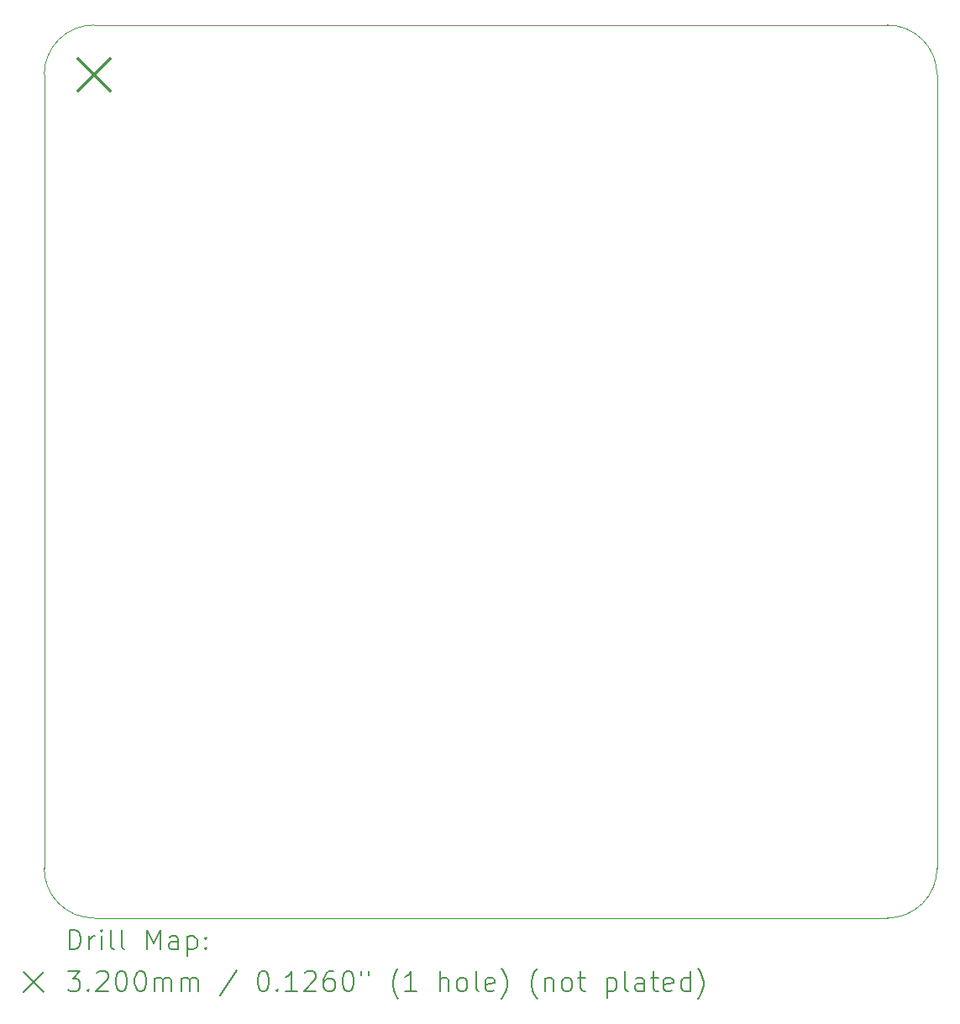
<source format=gbr>
%TF.GenerationSoftware,KiCad,Pcbnew,7.0.8*%
%TF.CreationDate,2023-10-17T14:13:34+02:00*%
%TF.ProjectId,pour_fillet,706f7572-5f66-4696-9c6c-65742e6b6963,rev?*%
%TF.SameCoordinates,Original*%
%TF.FileFunction,Drillmap*%
%TF.FilePolarity,Positive*%
%FSLAX45Y45*%
G04 Gerber Fmt 4.5, Leading zero omitted, Abs format (unit mm)*
G04 Created by KiCad (PCBNEW 7.0.8) date 2023-10-17 14:13:34*
%MOMM*%
%LPD*%
G01*
G04 APERTURE LIST*
%ADD10C,0.100000*%
%ADD11C,0.200000*%
%ADD12C,0.320000*%
G04 APERTURE END LIST*
D10*
X7750000Y-4750000D02*
X15750000Y-4750000D01*
X15750000Y-13750000D02*
X7750000Y-13750000D01*
X7250000Y-13250000D02*
G75*
G03*
X7750000Y-13750000I500000J0D01*
G01*
X16250000Y-5250000D02*
X16250000Y-13250000D01*
X7750000Y-4750000D02*
G75*
G03*
X7250000Y-5250000I0J-500000D01*
G01*
X7250000Y-13250000D02*
X7250000Y-5250000D01*
X15750000Y-13750000D02*
G75*
G03*
X16250000Y-13250000I0J500000D01*
G01*
X16250000Y-5250000D02*
G75*
G03*
X15750000Y-4750000I-500000J0D01*
G01*
D11*
D12*
X7590000Y-5090000D02*
X7910000Y-5410000D01*
X7910000Y-5090000D02*
X7590000Y-5410000D01*
D11*
X7505777Y-14066484D02*
X7505777Y-13866484D01*
X7505777Y-13866484D02*
X7553396Y-13866484D01*
X7553396Y-13866484D02*
X7581967Y-13876008D01*
X7581967Y-13876008D02*
X7601015Y-13895055D01*
X7601015Y-13895055D02*
X7610539Y-13914103D01*
X7610539Y-13914103D02*
X7620062Y-13952198D01*
X7620062Y-13952198D02*
X7620062Y-13980769D01*
X7620062Y-13980769D02*
X7610539Y-14018865D01*
X7610539Y-14018865D02*
X7601015Y-14037912D01*
X7601015Y-14037912D02*
X7581967Y-14056960D01*
X7581967Y-14056960D02*
X7553396Y-14066484D01*
X7553396Y-14066484D02*
X7505777Y-14066484D01*
X7705777Y-14066484D02*
X7705777Y-13933150D01*
X7705777Y-13971246D02*
X7715301Y-13952198D01*
X7715301Y-13952198D02*
X7724824Y-13942674D01*
X7724824Y-13942674D02*
X7743872Y-13933150D01*
X7743872Y-13933150D02*
X7762920Y-13933150D01*
X7829586Y-14066484D02*
X7829586Y-13933150D01*
X7829586Y-13866484D02*
X7820062Y-13876008D01*
X7820062Y-13876008D02*
X7829586Y-13885531D01*
X7829586Y-13885531D02*
X7839110Y-13876008D01*
X7839110Y-13876008D02*
X7829586Y-13866484D01*
X7829586Y-13866484D02*
X7829586Y-13885531D01*
X7953396Y-14066484D02*
X7934348Y-14056960D01*
X7934348Y-14056960D02*
X7924824Y-14037912D01*
X7924824Y-14037912D02*
X7924824Y-13866484D01*
X8058158Y-14066484D02*
X8039110Y-14056960D01*
X8039110Y-14056960D02*
X8029586Y-14037912D01*
X8029586Y-14037912D02*
X8029586Y-13866484D01*
X8286729Y-14066484D02*
X8286729Y-13866484D01*
X8286729Y-13866484D02*
X8353396Y-14009341D01*
X8353396Y-14009341D02*
X8420063Y-13866484D01*
X8420063Y-13866484D02*
X8420063Y-14066484D01*
X8601015Y-14066484D02*
X8601015Y-13961722D01*
X8601015Y-13961722D02*
X8591491Y-13942674D01*
X8591491Y-13942674D02*
X8572444Y-13933150D01*
X8572444Y-13933150D02*
X8534348Y-13933150D01*
X8534348Y-13933150D02*
X8515301Y-13942674D01*
X8601015Y-14056960D02*
X8581967Y-14066484D01*
X8581967Y-14066484D02*
X8534348Y-14066484D01*
X8534348Y-14066484D02*
X8515301Y-14056960D01*
X8515301Y-14056960D02*
X8505777Y-14037912D01*
X8505777Y-14037912D02*
X8505777Y-14018865D01*
X8505777Y-14018865D02*
X8515301Y-13999817D01*
X8515301Y-13999817D02*
X8534348Y-13990293D01*
X8534348Y-13990293D02*
X8581967Y-13990293D01*
X8581967Y-13990293D02*
X8601015Y-13980769D01*
X8696253Y-13933150D02*
X8696253Y-14133150D01*
X8696253Y-13942674D02*
X8715301Y-13933150D01*
X8715301Y-13933150D02*
X8753396Y-13933150D01*
X8753396Y-13933150D02*
X8772444Y-13942674D01*
X8772444Y-13942674D02*
X8781967Y-13952198D01*
X8781967Y-13952198D02*
X8791491Y-13971246D01*
X8791491Y-13971246D02*
X8791491Y-14028388D01*
X8791491Y-14028388D02*
X8781967Y-14047436D01*
X8781967Y-14047436D02*
X8772444Y-14056960D01*
X8772444Y-14056960D02*
X8753396Y-14066484D01*
X8753396Y-14066484D02*
X8715301Y-14066484D01*
X8715301Y-14066484D02*
X8696253Y-14056960D01*
X8877205Y-14047436D02*
X8886729Y-14056960D01*
X8886729Y-14056960D02*
X8877205Y-14066484D01*
X8877205Y-14066484D02*
X8867682Y-14056960D01*
X8867682Y-14056960D02*
X8877205Y-14047436D01*
X8877205Y-14047436D02*
X8877205Y-14066484D01*
X8877205Y-13942674D02*
X8886729Y-13952198D01*
X8886729Y-13952198D02*
X8877205Y-13961722D01*
X8877205Y-13961722D02*
X8867682Y-13952198D01*
X8867682Y-13952198D02*
X8877205Y-13942674D01*
X8877205Y-13942674D02*
X8877205Y-13961722D01*
X7045000Y-14295000D02*
X7245000Y-14495000D01*
X7245000Y-14295000D02*
X7045000Y-14495000D01*
X7486729Y-14286484D02*
X7610539Y-14286484D01*
X7610539Y-14286484D02*
X7543872Y-14362674D01*
X7543872Y-14362674D02*
X7572443Y-14362674D01*
X7572443Y-14362674D02*
X7591491Y-14372198D01*
X7591491Y-14372198D02*
X7601015Y-14381722D01*
X7601015Y-14381722D02*
X7610539Y-14400769D01*
X7610539Y-14400769D02*
X7610539Y-14448388D01*
X7610539Y-14448388D02*
X7601015Y-14467436D01*
X7601015Y-14467436D02*
X7591491Y-14476960D01*
X7591491Y-14476960D02*
X7572443Y-14486484D01*
X7572443Y-14486484D02*
X7515301Y-14486484D01*
X7515301Y-14486484D02*
X7496253Y-14476960D01*
X7496253Y-14476960D02*
X7486729Y-14467436D01*
X7696253Y-14467436D02*
X7705777Y-14476960D01*
X7705777Y-14476960D02*
X7696253Y-14486484D01*
X7696253Y-14486484D02*
X7686729Y-14476960D01*
X7686729Y-14476960D02*
X7696253Y-14467436D01*
X7696253Y-14467436D02*
X7696253Y-14486484D01*
X7781967Y-14305531D02*
X7791491Y-14296008D01*
X7791491Y-14296008D02*
X7810539Y-14286484D01*
X7810539Y-14286484D02*
X7858158Y-14286484D01*
X7858158Y-14286484D02*
X7877205Y-14296008D01*
X7877205Y-14296008D02*
X7886729Y-14305531D01*
X7886729Y-14305531D02*
X7896253Y-14324579D01*
X7896253Y-14324579D02*
X7896253Y-14343627D01*
X7896253Y-14343627D02*
X7886729Y-14372198D01*
X7886729Y-14372198D02*
X7772443Y-14486484D01*
X7772443Y-14486484D02*
X7896253Y-14486484D01*
X8020062Y-14286484D02*
X8039110Y-14286484D01*
X8039110Y-14286484D02*
X8058158Y-14296008D01*
X8058158Y-14296008D02*
X8067682Y-14305531D01*
X8067682Y-14305531D02*
X8077205Y-14324579D01*
X8077205Y-14324579D02*
X8086729Y-14362674D01*
X8086729Y-14362674D02*
X8086729Y-14410293D01*
X8086729Y-14410293D02*
X8077205Y-14448388D01*
X8077205Y-14448388D02*
X8067682Y-14467436D01*
X8067682Y-14467436D02*
X8058158Y-14476960D01*
X8058158Y-14476960D02*
X8039110Y-14486484D01*
X8039110Y-14486484D02*
X8020062Y-14486484D01*
X8020062Y-14486484D02*
X8001015Y-14476960D01*
X8001015Y-14476960D02*
X7991491Y-14467436D01*
X7991491Y-14467436D02*
X7981967Y-14448388D01*
X7981967Y-14448388D02*
X7972443Y-14410293D01*
X7972443Y-14410293D02*
X7972443Y-14362674D01*
X7972443Y-14362674D02*
X7981967Y-14324579D01*
X7981967Y-14324579D02*
X7991491Y-14305531D01*
X7991491Y-14305531D02*
X8001015Y-14296008D01*
X8001015Y-14296008D02*
X8020062Y-14286484D01*
X8210539Y-14286484D02*
X8229586Y-14286484D01*
X8229586Y-14286484D02*
X8248634Y-14296008D01*
X8248634Y-14296008D02*
X8258158Y-14305531D01*
X8258158Y-14305531D02*
X8267682Y-14324579D01*
X8267682Y-14324579D02*
X8277205Y-14362674D01*
X8277205Y-14362674D02*
X8277205Y-14410293D01*
X8277205Y-14410293D02*
X8267682Y-14448388D01*
X8267682Y-14448388D02*
X8258158Y-14467436D01*
X8258158Y-14467436D02*
X8248634Y-14476960D01*
X8248634Y-14476960D02*
X8229586Y-14486484D01*
X8229586Y-14486484D02*
X8210539Y-14486484D01*
X8210539Y-14486484D02*
X8191491Y-14476960D01*
X8191491Y-14476960D02*
X8181967Y-14467436D01*
X8181967Y-14467436D02*
X8172443Y-14448388D01*
X8172443Y-14448388D02*
X8162920Y-14410293D01*
X8162920Y-14410293D02*
X8162920Y-14362674D01*
X8162920Y-14362674D02*
X8172443Y-14324579D01*
X8172443Y-14324579D02*
X8181967Y-14305531D01*
X8181967Y-14305531D02*
X8191491Y-14296008D01*
X8191491Y-14296008D02*
X8210539Y-14286484D01*
X8362920Y-14486484D02*
X8362920Y-14353150D01*
X8362920Y-14372198D02*
X8372443Y-14362674D01*
X8372443Y-14362674D02*
X8391491Y-14353150D01*
X8391491Y-14353150D02*
X8420063Y-14353150D01*
X8420063Y-14353150D02*
X8439110Y-14362674D01*
X8439110Y-14362674D02*
X8448634Y-14381722D01*
X8448634Y-14381722D02*
X8448634Y-14486484D01*
X8448634Y-14381722D02*
X8458158Y-14362674D01*
X8458158Y-14362674D02*
X8477205Y-14353150D01*
X8477205Y-14353150D02*
X8505777Y-14353150D01*
X8505777Y-14353150D02*
X8524825Y-14362674D01*
X8524825Y-14362674D02*
X8534348Y-14381722D01*
X8534348Y-14381722D02*
X8534348Y-14486484D01*
X8629586Y-14486484D02*
X8629586Y-14353150D01*
X8629586Y-14372198D02*
X8639110Y-14362674D01*
X8639110Y-14362674D02*
X8658158Y-14353150D01*
X8658158Y-14353150D02*
X8686729Y-14353150D01*
X8686729Y-14353150D02*
X8705777Y-14362674D01*
X8705777Y-14362674D02*
X8715301Y-14381722D01*
X8715301Y-14381722D02*
X8715301Y-14486484D01*
X8715301Y-14381722D02*
X8724825Y-14362674D01*
X8724825Y-14362674D02*
X8743872Y-14353150D01*
X8743872Y-14353150D02*
X8772444Y-14353150D01*
X8772444Y-14353150D02*
X8791491Y-14362674D01*
X8791491Y-14362674D02*
X8801015Y-14381722D01*
X8801015Y-14381722D02*
X8801015Y-14486484D01*
X9191491Y-14276960D02*
X9020063Y-14534103D01*
X9448634Y-14286484D02*
X9467682Y-14286484D01*
X9467682Y-14286484D02*
X9486729Y-14296008D01*
X9486729Y-14296008D02*
X9496253Y-14305531D01*
X9496253Y-14305531D02*
X9505777Y-14324579D01*
X9505777Y-14324579D02*
X9515301Y-14362674D01*
X9515301Y-14362674D02*
X9515301Y-14410293D01*
X9515301Y-14410293D02*
X9505777Y-14448388D01*
X9505777Y-14448388D02*
X9496253Y-14467436D01*
X9496253Y-14467436D02*
X9486729Y-14476960D01*
X9486729Y-14476960D02*
X9467682Y-14486484D01*
X9467682Y-14486484D02*
X9448634Y-14486484D01*
X9448634Y-14486484D02*
X9429587Y-14476960D01*
X9429587Y-14476960D02*
X9420063Y-14467436D01*
X9420063Y-14467436D02*
X9410539Y-14448388D01*
X9410539Y-14448388D02*
X9401015Y-14410293D01*
X9401015Y-14410293D02*
X9401015Y-14362674D01*
X9401015Y-14362674D02*
X9410539Y-14324579D01*
X9410539Y-14324579D02*
X9420063Y-14305531D01*
X9420063Y-14305531D02*
X9429587Y-14296008D01*
X9429587Y-14296008D02*
X9448634Y-14286484D01*
X9601015Y-14467436D02*
X9610539Y-14476960D01*
X9610539Y-14476960D02*
X9601015Y-14486484D01*
X9601015Y-14486484D02*
X9591491Y-14476960D01*
X9591491Y-14476960D02*
X9601015Y-14467436D01*
X9601015Y-14467436D02*
X9601015Y-14486484D01*
X9801015Y-14486484D02*
X9686729Y-14486484D01*
X9743872Y-14486484D02*
X9743872Y-14286484D01*
X9743872Y-14286484D02*
X9724825Y-14315055D01*
X9724825Y-14315055D02*
X9705777Y-14334103D01*
X9705777Y-14334103D02*
X9686729Y-14343627D01*
X9877206Y-14305531D02*
X9886729Y-14296008D01*
X9886729Y-14296008D02*
X9905777Y-14286484D01*
X9905777Y-14286484D02*
X9953396Y-14286484D01*
X9953396Y-14286484D02*
X9972444Y-14296008D01*
X9972444Y-14296008D02*
X9981968Y-14305531D01*
X9981968Y-14305531D02*
X9991491Y-14324579D01*
X9991491Y-14324579D02*
X9991491Y-14343627D01*
X9991491Y-14343627D02*
X9981968Y-14372198D01*
X9981968Y-14372198D02*
X9867682Y-14486484D01*
X9867682Y-14486484D02*
X9991491Y-14486484D01*
X10162920Y-14286484D02*
X10124825Y-14286484D01*
X10124825Y-14286484D02*
X10105777Y-14296008D01*
X10105777Y-14296008D02*
X10096253Y-14305531D01*
X10096253Y-14305531D02*
X10077206Y-14334103D01*
X10077206Y-14334103D02*
X10067682Y-14372198D01*
X10067682Y-14372198D02*
X10067682Y-14448388D01*
X10067682Y-14448388D02*
X10077206Y-14467436D01*
X10077206Y-14467436D02*
X10086729Y-14476960D01*
X10086729Y-14476960D02*
X10105777Y-14486484D01*
X10105777Y-14486484D02*
X10143872Y-14486484D01*
X10143872Y-14486484D02*
X10162920Y-14476960D01*
X10162920Y-14476960D02*
X10172444Y-14467436D01*
X10172444Y-14467436D02*
X10181968Y-14448388D01*
X10181968Y-14448388D02*
X10181968Y-14400769D01*
X10181968Y-14400769D02*
X10172444Y-14381722D01*
X10172444Y-14381722D02*
X10162920Y-14372198D01*
X10162920Y-14372198D02*
X10143872Y-14362674D01*
X10143872Y-14362674D02*
X10105777Y-14362674D01*
X10105777Y-14362674D02*
X10086729Y-14372198D01*
X10086729Y-14372198D02*
X10077206Y-14381722D01*
X10077206Y-14381722D02*
X10067682Y-14400769D01*
X10305777Y-14286484D02*
X10324825Y-14286484D01*
X10324825Y-14286484D02*
X10343872Y-14296008D01*
X10343872Y-14296008D02*
X10353396Y-14305531D01*
X10353396Y-14305531D02*
X10362920Y-14324579D01*
X10362920Y-14324579D02*
X10372444Y-14362674D01*
X10372444Y-14362674D02*
X10372444Y-14410293D01*
X10372444Y-14410293D02*
X10362920Y-14448388D01*
X10362920Y-14448388D02*
X10353396Y-14467436D01*
X10353396Y-14467436D02*
X10343872Y-14476960D01*
X10343872Y-14476960D02*
X10324825Y-14486484D01*
X10324825Y-14486484D02*
X10305777Y-14486484D01*
X10305777Y-14486484D02*
X10286729Y-14476960D01*
X10286729Y-14476960D02*
X10277206Y-14467436D01*
X10277206Y-14467436D02*
X10267682Y-14448388D01*
X10267682Y-14448388D02*
X10258158Y-14410293D01*
X10258158Y-14410293D02*
X10258158Y-14362674D01*
X10258158Y-14362674D02*
X10267682Y-14324579D01*
X10267682Y-14324579D02*
X10277206Y-14305531D01*
X10277206Y-14305531D02*
X10286729Y-14296008D01*
X10286729Y-14296008D02*
X10305777Y-14286484D01*
X10448634Y-14286484D02*
X10448634Y-14324579D01*
X10524825Y-14286484D02*
X10524825Y-14324579D01*
X10820063Y-14562674D02*
X10810539Y-14553150D01*
X10810539Y-14553150D02*
X10791491Y-14524579D01*
X10791491Y-14524579D02*
X10781968Y-14505531D01*
X10781968Y-14505531D02*
X10772444Y-14476960D01*
X10772444Y-14476960D02*
X10762920Y-14429341D01*
X10762920Y-14429341D02*
X10762920Y-14391246D01*
X10762920Y-14391246D02*
X10772444Y-14343627D01*
X10772444Y-14343627D02*
X10781968Y-14315055D01*
X10781968Y-14315055D02*
X10791491Y-14296008D01*
X10791491Y-14296008D02*
X10810539Y-14267436D01*
X10810539Y-14267436D02*
X10820063Y-14257912D01*
X11001015Y-14486484D02*
X10886730Y-14486484D01*
X10943872Y-14486484D02*
X10943872Y-14286484D01*
X10943872Y-14286484D02*
X10924825Y-14315055D01*
X10924825Y-14315055D02*
X10905777Y-14334103D01*
X10905777Y-14334103D02*
X10886730Y-14343627D01*
X11239110Y-14486484D02*
X11239110Y-14286484D01*
X11324825Y-14486484D02*
X11324825Y-14381722D01*
X11324825Y-14381722D02*
X11315301Y-14362674D01*
X11315301Y-14362674D02*
X11296253Y-14353150D01*
X11296253Y-14353150D02*
X11267682Y-14353150D01*
X11267682Y-14353150D02*
X11248634Y-14362674D01*
X11248634Y-14362674D02*
X11239110Y-14372198D01*
X11448634Y-14486484D02*
X11429587Y-14476960D01*
X11429587Y-14476960D02*
X11420063Y-14467436D01*
X11420063Y-14467436D02*
X11410539Y-14448388D01*
X11410539Y-14448388D02*
X11410539Y-14391246D01*
X11410539Y-14391246D02*
X11420063Y-14372198D01*
X11420063Y-14372198D02*
X11429587Y-14362674D01*
X11429587Y-14362674D02*
X11448634Y-14353150D01*
X11448634Y-14353150D02*
X11477206Y-14353150D01*
X11477206Y-14353150D02*
X11496253Y-14362674D01*
X11496253Y-14362674D02*
X11505777Y-14372198D01*
X11505777Y-14372198D02*
X11515301Y-14391246D01*
X11515301Y-14391246D02*
X11515301Y-14448388D01*
X11515301Y-14448388D02*
X11505777Y-14467436D01*
X11505777Y-14467436D02*
X11496253Y-14476960D01*
X11496253Y-14476960D02*
X11477206Y-14486484D01*
X11477206Y-14486484D02*
X11448634Y-14486484D01*
X11629587Y-14486484D02*
X11610539Y-14476960D01*
X11610539Y-14476960D02*
X11601015Y-14457912D01*
X11601015Y-14457912D02*
X11601015Y-14286484D01*
X11781968Y-14476960D02*
X11762920Y-14486484D01*
X11762920Y-14486484D02*
X11724825Y-14486484D01*
X11724825Y-14486484D02*
X11705777Y-14476960D01*
X11705777Y-14476960D02*
X11696253Y-14457912D01*
X11696253Y-14457912D02*
X11696253Y-14381722D01*
X11696253Y-14381722D02*
X11705777Y-14362674D01*
X11705777Y-14362674D02*
X11724825Y-14353150D01*
X11724825Y-14353150D02*
X11762920Y-14353150D01*
X11762920Y-14353150D02*
X11781968Y-14362674D01*
X11781968Y-14362674D02*
X11791491Y-14381722D01*
X11791491Y-14381722D02*
X11791491Y-14400769D01*
X11791491Y-14400769D02*
X11696253Y-14419817D01*
X11858158Y-14562674D02*
X11867682Y-14553150D01*
X11867682Y-14553150D02*
X11886730Y-14524579D01*
X11886730Y-14524579D02*
X11896253Y-14505531D01*
X11896253Y-14505531D02*
X11905777Y-14476960D01*
X11905777Y-14476960D02*
X11915301Y-14429341D01*
X11915301Y-14429341D02*
X11915301Y-14391246D01*
X11915301Y-14391246D02*
X11905777Y-14343627D01*
X11905777Y-14343627D02*
X11896253Y-14315055D01*
X11896253Y-14315055D02*
X11886730Y-14296008D01*
X11886730Y-14296008D02*
X11867682Y-14267436D01*
X11867682Y-14267436D02*
X11858158Y-14257912D01*
X12220063Y-14562674D02*
X12210539Y-14553150D01*
X12210539Y-14553150D02*
X12191491Y-14524579D01*
X12191491Y-14524579D02*
X12181968Y-14505531D01*
X12181968Y-14505531D02*
X12172444Y-14476960D01*
X12172444Y-14476960D02*
X12162920Y-14429341D01*
X12162920Y-14429341D02*
X12162920Y-14391246D01*
X12162920Y-14391246D02*
X12172444Y-14343627D01*
X12172444Y-14343627D02*
X12181968Y-14315055D01*
X12181968Y-14315055D02*
X12191491Y-14296008D01*
X12191491Y-14296008D02*
X12210539Y-14267436D01*
X12210539Y-14267436D02*
X12220063Y-14257912D01*
X12296253Y-14353150D02*
X12296253Y-14486484D01*
X12296253Y-14372198D02*
X12305777Y-14362674D01*
X12305777Y-14362674D02*
X12324825Y-14353150D01*
X12324825Y-14353150D02*
X12353396Y-14353150D01*
X12353396Y-14353150D02*
X12372444Y-14362674D01*
X12372444Y-14362674D02*
X12381968Y-14381722D01*
X12381968Y-14381722D02*
X12381968Y-14486484D01*
X12505777Y-14486484D02*
X12486730Y-14476960D01*
X12486730Y-14476960D02*
X12477206Y-14467436D01*
X12477206Y-14467436D02*
X12467682Y-14448388D01*
X12467682Y-14448388D02*
X12467682Y-14391246D01*
X12467682Y-14391246D02*
X12477206Y-14372198D01*
X12477206Y-14372198D02*
X12486730Y-14362674D01*
X12486730Y-14362674D02*
X12505777Y-14353150D01*
X12505777Y-14353150D02*
X12534349Y-14353150D01*
X12534349Y-14353150D02*
X12553396Y-14362674D01*
X12553396Y-14362674D02*
X12562920Y-14372198D01*
X12562920Y-14372198D02*
X12572444Y-14391246D01*
X12572444Y-14391246D02*
X12572444Y-14448388D01*
X12572444Y-14448388D02*
X12562920Y-14467436D01*
X12562920Y-14467436D02*
X12553396Y-14476960D01*
X12553396Y-14476960D02*
X12534349Y-14486484D01*
X12534349Y-14486484D02*
X12505777Y-14486484D01*
X12629587Y-14353150D02*
X12705777Y-14353150D01*
X12658158Y-14286484D02*
X12658158Y-14457912D01*
X12658158Y-14457912D02*
X12667682Y-14476960D01*
X12667682Y-14476960D02*
X12686730Y-14486484D01*
X12686730Y-14486484D02*
X12705777Y-14486484D01*
X12924825Y-14353150D02*
X12924825Y-14553150D01*
X12924825Y-14362674D02*
X12943872Y-14353150D01*
X12943872Y-14353150D02*
X12981968Y-14353150D01*
X12981968Y-14353150D02*
X13001015Y-14362674D01*
X13001015Y-14362674D02*
X13010539Y-14372198D01*
X13010539Y-14372198D02*
X13020063Y-14391246D01*
X13020063Y-14391246D02*
X13020063Y-14448388D01*
X13020063Y-14448388D02*
X13010539Y-14467436D01*
X13010539Y-14467436D02*
X13001015Y-14476960D01*
X13001015Y-14476960D02*
X12981968Y-14486484D01*
X12981968Y-14486484D02*
X12943872Y-14486484D01*
X12943872Y-14486484D02*
X12924825Y-14476960D01*
X13134349Y-14486484D02*
X13115301Y-14476960D01*
X13115301Y-14476960D02*
X13105777Y-14457912D01*
X13105777Y-14457912D02*
X13105777Y-14286484D01*
X13296253Y-14486484D02*
X13296253Y-14381722D01*
X13296253Y-14381722D02*
X13286730Y-14362674D01*
X13286730Y-14362674D02*
X13267682Y-14353150D01*
X13267682Y-14353150D02*
X13229587Y-14353150D01*
X13229587Y-14353150D02*
X13210539Y-14362674D01*
X13296253Y-14476960D02*
X13277206Y-14486484D01*
X13277206Y-14486484D02*
X13229587Y-14486484D01*
X13229587Y-14486484D02*
X13210539Y-14476960D01*
X13210539Y-14476960D02*
X13201015Y-14457912D01*
X13201015Y-14457912D02*
X13201015Y-14438865D01*
X13201015Y-14438865D02*
X13210539Y-14419817D01*
X13210539Y-14419817D02*
X13229587Y-14410293D01*
X13229587Y-14410293D02*
X13277206Y-14410293D01*
X13277206Y-14410293D02*
X13296253Y-14400769D01*
X13362920Y-14353150D02*
X13439111Y-14353150D01*
X13391492Y-14286484D02*
X13391492Y-14457912D01*
X13391492Y-14457912D02*
X13401015Y-14476960D01*
X13401015Y-14476960D02*
X13420063Y-14486484D01*
X13420063Y-14486484D02*
X13439111Y-14486484D01*
X13581968Y-14476960D02*
X13562920Y-14486484D01*
X13562920Y-14486484D02*
X13524825Y-14486484D01*
X13524825Y-14486484D02*
X13505777Y-14476960D01*
X13505777Y-14476960D02*
X13496253Y-14457912D01*
X13496253Y-14457912D02*
X13496253Y-14381722D01*
X13496253Y-14381722D02*
X13505777Y-14362674D01*
X13505777Y-14362674D02*
X13524825Y-14353150D01*
X13524825Y-14353150D02*
X13562920Y-14353150D01*
X13562920Y-14353150D02*
X13581968Y-14362674D01*
X13581968Y-14362674D02*
X13591492Y-14381722D01*
X13591492Y-14381722D02*
X13591492Y-14400769D01*
X13591492Y-14400769D02*
X13496253Y-14419817D01*
X13762920Y-14486484D02*
X13762920Y-14286484D01*
X13762920Y-14476960D02*
X13743873Y-14486484D01*
X13743873Y-14486484D02*
X13705777Y-14486484D01*
X13705777Y-14486484D02*
X13686730Y-14476960D01*
X13686730Y-14476960D02*
X13677206Y-14467436D01*
X13677206Y-14467436D02*
X13667682Y-14448388D01*
X13667682Y-14448388D02*
X13667682Y-14391246D01*
X13667682Y-14391246D02*
X13677206Y-14372198D01*
X13677206Y-14372198D02*
X13686730Y-14362674D01*
X13686730Y-14362674D02*
X13705777Y-14353150D01*
X13705777Y-14353150D02*
X13743873Y-14353150D01*
X13743873Y-14353150D02*
X13762920Y-14362674D01*
X13839111Y-14562674D02*
X13848634Y-14553150D01*
X13848634Y-14553150D02*
X13867682Y-14524579D01*
X13867682Y-14524579D02*
X13877206Y-14505531D01*
X13877206Y-14505531D02*
X13886730Y-14476960D01*
X13886730Y-14476960D02*
X13896253Y-14429341D01*
X13896253Y-14429341D02*
X13896253Y-14391246D01*
X13896253Y-14391246D02*
X13886730Y-14343627D01*
X13886730Y-14343627D02*
X13877206Y-14315055D01*
X13877206Y-14315055D02*
X13867682Y-14296008D01*
X13867682Y-14296008D02*
X13848634Y-14267436D01*
X13848634Y-14267436D02*
X13839111Y-14257912D01*
M02*

</source>
